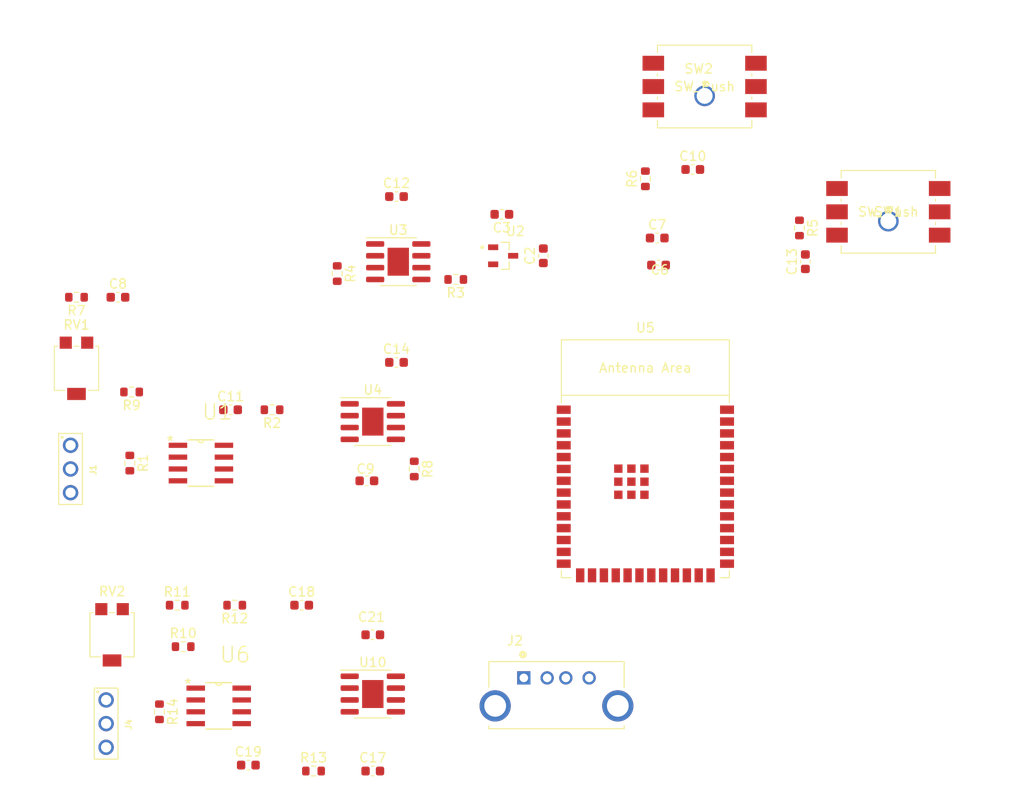
<source format=kicad_pcb>
(kicad_pcb (version 20211014) (generator pcbnew)
  (layers (0 "F.Cu" signal) (31 "B.Cu" signal) (34 "B.Paste" user) (35 "F.Paste" user) (36 "B.SilkS" user "B.Silkscreen") (37 "F.SilkS" user "F.Silkscreen") (38 "B.Mask" user) (39 "F.Mask" user) (44 "Edge.Cuts" user))
  (net 0 "")
  (net 1 "+3V3")
  (net 2 "GNDREF")
  (net 3 "+5V")
  (net 4 "Net-(C8-Pad1)")
  (net 5 "Net-(C9-Pad1)")
  (net 6 "Net-(C9-Pad2)")
  (net 7 "Net-(C10-Pad2)")
  (net 8 "Net-(C11-Pad1)")
  (net 9 "Net-(C11-Pad2)")
  (net 10 "Net-(C12-Pad1)")
  (net 11 "Net-(C12-Pad2)")
  (net 12 "Net-(C13-Pad2)")
  (net 13 "Net-(C14-Pad1)")
  (net 14 "Net-(C14-Pad2)")
  (net 15 "Net-(C17-Pad1)")
  (net 16 "Net-(C17-Pad2)")
  (net 17 "Net-(C18-Pad1)")
  (net 18 "Net-(C19-Pad1)")
  (net 19 "Net-(C19-Pad2)")
  (net 20 "Net-(C21-Pad1)")
  (net 21 "Net-(C21-Pad2)")
  (net 22 "Net-(J1-Pad1)")
  (net 23 "Net-(J1-Pad2)")
  (net 24 "2V5")
  (net 25 "Net-(J2-Pad2)")
  (net 26 "Net-(J2-Pad3)")
  (net 27 "Net-(J4-Pad1)")
  (net 28 "Net-(J4-Pad2)")
  (net 29 "Net-(U1-Pad2)")
  (net 30 "Net-(U1-Pad3)")
  (net 31 "Net-(R3-Pad2)")
  (net 32 "Net-(R9-Pad2)")
  (net 33 "Net-(R10-Pad2)")
  (net 34 "Net-(U6-Pad2)")
  (net 35 "Net-(U6-Pad3)")
  (footprint "Potentiometer_SMD:Potentiometer_Bourns_3314G_Vertical" (layer "F.Cu") (at 64.77 169.545)
    (fp_text reference "RV2" (at 0 -4.65) (layer "F.SilkS"))
    (fp_text value "R_Potentiometer_Trim")
    (fp_line (start 1.24 2.37) (end 2.37 2.37) (layer "F.SilkS") (width 0.12))
    (fp_line (start -0.259 -2.37) (end 0.26 -2.37) (layer "F.SilkS") (width 0.12))
    (fp_line (start 2.04 -2.37) (end 2.37 -2.37) (layer "F.SilkS") (width 0.12))
    (fp_line (start -2.37 -2.37) (end -2.37 2.37) (layer "F.SilkS") (width 0.12))
    (fp_line (start -2.37 2.37) (end -1.24 2.37) (layer "F.SilkS") (width 0.12))
    (fp_line (start 2.37 -2.37) (end 2.37 2.37) (layer "F.SilkS") (width 0.12))
    (fp_line (start -2.37 -2.37) (end -2.039 -2.37) (layer "F.SilkS") (width 0.12))
    (pad "1" smd rect (at 1.15 -2.75) (size 1.3 1.3) (layers "F.Cu" "F.Paste" "F.Mask") (net 15 "Net-(C17-Pad1)"))
    (pad "2" smd rect (at 0 2.75) (size 2 1.3) (layers "F.Cu" "F.Paste" "F.Mask") (net 33 "Net-(R10-Pad2)"))
    (pad "3" smd rect (at -1.15 -2.75) (size 1.3 1.3) (layers "F.Cu" "F.Paste" "F.Mask") (net 16 "Net-(C17-Pad2)"))
  )
  (footprint "Resistor_SMD:R_0603_1608Metric" (layer "F.Cu") (at 86.36 184.15)
    (fp_text reference "R13" (at 0 -1.43) (layer "F.SilkS"))
    (fp_text value "15K")
    (fp_line (start -0.237258 0.5225) (end 0.237258 0.5225) (layer "F.SilkS") (width 0.12))
    (fp_line (start -0.237258 -0.5225) (end 0.237258 -0.5225) (layer "F.SilkS") (width 0.12))
    (pad "1" smd roundrect (at -0.825 0) (size 0.8 0.95) (layers "F.Cu" "F.Paste" "F.Mask") (net 15 "Net-(C17-Pad1)"))
    (pad "2" smd roundrect (at 0.825 0) (size 0.8 0.95) (layers "F.Cu" "F.Paste" "F.Mask") (net 19 "Net-(C19-Pad2)"))
  )
  (footprint "Capacitor_SMD:C_0603_1608Metric" (layer "F.Cu") (at 92.075 153.035)
    (fp_text reference "C9" (at -0.14058 -1.27) (layer "F.SilkS"))
    (fp_text value "0.0068 uF")
    (fp_line (start -0.14058 -0.51) (end 0.14058 -0.51) (layer "F.SilkS") (width 0.12))
    (fp_line (start -0.14058 0.51) (end 0.14058 0.51) (layer "F.SilkS") (width 0.12))
    (pad "1" smd roundrect (at -0.775 0) (size 0.9 0.95) (layers "F.Cu" "F.Paste" "F.Mask") (net 5 "Net-(C9-Pad1)"))
    (pad "2" smd roundrect (at 0.775 0) (size 0.9 0.95) (layers "F.Cu" "F.Paste" "F.Mask") (net 6 "Net-(C9-Pad2)"))
  )
  (footprint "Capacitor_SMD:C_0603_1608Metric" (layer "F.Cu") (at 77.47 145.415)
    (fp_text reference "C11" (at 0 -1.43) (layer "F.SilkS"))
    (fp_text value "10 uF")
    (fp_line (start -0.14058 0.51) (end 0.14058 0.51) (layer "F.SilkS") (width 0.12))
    (fp_line (start -0.14058 -0.51) (end 0.14058 -0.51) (layer "F.SilkS") (width 0.12))
    (pad "1" smd roundrect (at -0.775 0) (size 0.9 0.95) (layers "F.Cu" "F.Paste" "F.Mask") (net 8 "Net-(C11-Pad1)"))
    (pad "2" smd roundrect (at 0.775 0) (size 0.9 0.95) (layers "F.Cu" "F.Paste" "F.Mask") (net 9 "Net-(C11-Pad2)"))
  )
  (footprint "Resistor_SMD:R_0603_1608Metric" (layer "F.Cu") (at 77.915 166.37 180)
    (fp_text reference "R12" (at 0 -1.43) (layer "F.SilkS"))
    (fp_text value "10K")
    (fp_line (start -0.237258 -0.5225) (end 0.237258 -0.5225) (layer "F.SilkS") (width 0.12))
    (fp_line (start -0.237258 0.5225) (end 0.237258 0.5225) (layer "F.SilkS") (width 0.12))
    (pad "1" smd roundrect (at -0.825 0 180) (size 0.8 0.95) (layers "F.Cu" "F.Paste" "F.Mask") (net 17 "Net-(C18-Pad1)"))
    (pad "2" smd roundrect (at 0.825 0 180) (size 0.8 0.95) (layers "F.Cu" "F.Paste" "F.Mask") (net 16 "Net-(C17-Pad2)"))
  )
  (footprint "Resistor_SMD:R_0603_1608Metric" (layer "F.Cu") (at 138.43 125.92 -90)
    (fp_text reference "R5" (at 0 -1.43 90) (layer "F.SilkS"))
    (fp_text value "10K")
    (fp_line (start -0.237258 -0.5225) (end 0.237258 -0.5225) (layer "F.SilkS") (width 0.12))
    (fp_line (start -0.237258 0.5225) (end 0.237258 0.5225) (layer "F.SilkS") (width 0.12))
    (pad "1" smd roundrect (at -0.825 0 270) (size 0.8 0.95) (layers "F.Cu" "F.Paste" "F.Mask") (net 1 "+3V3"))
    (pad "2" smd roundrect (at 0.825 0 270) (size 0.8 0.95) (layers "F.Cu" "F.Paste" "F.Mask") (net 12 "Net-(C13-Pad2)"))
  )
  (footprint "Capacitor_SMD:C_0603_1608Metric" (layer "F.Cu") (at 127 119.65)
    (fp_text reference "C10" (at 0 -1.43) (layer "F.SilkS"))
    (fp_text value "0.1 uF")
    (fp_line (start -0.14058 0.51) (end 0.14058 0.51) (layer "F.SilkS") (width 0.12))
    (fp_line (start -0.14058 -0.51) (end 0.14058 -0.51) (layer "F.SilkS") (width 0.12))
    (pad "1" smd roundrect (at -0.775 0) (size 0.9 0.95) (layers "F.Cu" "F.Paste" "F.Mask") (net 2 "GNDREF"))
    (pad "2" smd roundrect (at 0.775 0) (size 0.9 0.95) (layers "F.Cu" "F.Paste" "F.Mask") (net 7 "Net-(C10-Pad2)"))
  )
  (footprint "Resistor_SMD:R_0603_1608Metric" (layer "F.Cu") (at 97.155 151.765 -90)
    (fp_text reference "R8" (at 0 -1.43 -270) (layer "F.SilkS"))
    (fp_text value "1M")
    (fp_line (start -0.237258 0.5225) (end 0.237258 0.5225) (layer "F.SilkS") (width 0.12))
    (fp_line (start -0.237258 -0.5225) (end 0.237258 -0.5225) (layer "F.SilkS") (width 0.12))
    (pad "1" smd roundrect (at -0.825 0 270) (size 0.8 0.95) (layers "F.Cu" "F.Paste" "F.Mask") (net 6 "Net-(C9-Pad2)"))
    (pad "2" smd roundrect (at 0.825 0 270) (size 0.8 0.95) (layers "F.Cu" "F.Paste" "F.Mask") (net 5 "Net-(C9-Pad1)"))
  )
  (footprint "Capacitor_SMD:C_0603_1608Metric" (layer "F.Cu") (at 139.065 129.54 90)
    (fp_text reference "C13" (at 0 -1.43 90) (layer "F.SilkS"))
    (fp_text value "0.1 uF")
    (fp_line (start -0.14058 -0.51) (end 0.14058 -0.51) (layer "F.SilkS") (width 0.12))
    (fp_line (start -0.14058 0.51) (end 0.14058 0.51) (layer "F.SilkS") (width 0.12))
    (pad "1" smd roundrect (at -0.775 0 90) (size 0.9 0.95) (layers "F.Cu" "F.Paste" "F.Mask") (net 2 "GNDREF"))
    (pad "2" smd roundrect (at 0.775 0 90) (size 0.9 0.95) (layers "F.Cu" "F.Paste" "F.Mask") (net 12 "Net-(C13-Pad2)"))
  )
  (footprint "footprints-switch:ESB-33535A" (layer "F.Cu") (at 147.955 124.19235)
    (fp_text reference "SW1" (at 0 0) (layer "F.SilkS"))
    (fp_text value "SW_Push" (at 0 0) (layer "F.SilkS"))
    (fp_text user "*" (at 0 0) (layer "F.SilkS"))
    (fp_line (start -5.0546 -4.4323) (end -5.0546 -3.63284) (layer "F.SilkS") (width 0.12))
    (fp_line (start 5.0546 4.4323) (end 5.0546 3.63284) (layer "F.SilkS") (width 0.12))
    (fp_line (start 5.0546 1.36716) (end 5.0546 1.13284) (layer "F.SilkS") (width 0.12))
    (fp_line (start -5.0546 -1.36716) (end -5.0546 -1.13284) (layer "F.SilkS") (width 0.12))
    (fp_line (start 5.0546 -4.4323) (end -5.0546 -4.4323) (layer "F.SilkS") (width 0.12))
    (fp_line (start 5.0546 -1.13284) (end 5.0546 -1.36716) (layer "F.SilkS") (width 0.12))
    (fp_line (start -5.0546 3.63284) (end -5.0546 4.4323) (layer "F.SilkS") (width 0.12))
    (fp_line (start -5.0546 1.13284) (end -5.0546 1.36716) (layer "F.SilkS") (width 0.12))
    (fp_line (start -5.0546 4.4323) (end 5.0546 4.4323) (layer "F.SilkS") (width 0.12))
    (fp_line (start 5.0546 -3.63284) (end 5.0546 -4.4323) (layer "F.SilkS") (width 0.12))
    (pad "1" smd rect locked (at -5.499999 -2.5) (size 2.3114 1.6002) (layers "F.Cu" "F.Paste" "F.Mask") (net 2 "GNDREF"))
    (pad "2" smd rect locked (at -5.499999 0) (size 2.3114 1.6002) (layers "F.Cu" "F.Paste" "F.Mask") (net 12 "Net-(C13-Pad2)"))
    (pad "3" smd rect locked (at -5.499999 2.5) (size 2.3114 1.6002) (layers "F.Cu" "F.Paste" "F.Mask"))
    (pad "4" smd rect locked (at 5.499999 2.5) (size 2.3114 1.6002) (layers "F.Cu" "F.Paste" "F.Mask"))
    (pad "5" smd rect locked (at 5.499999 0) (size 2.3114 1.6002) (layers "F.Cu" "F.Paste" "F.Mask"))
    (pad "6" smd rect locked (at 5.499999 -2.5) (size 2.3114 1.6002) (layers "F.Cu" "F.Paste" "F.Mask"))
    (pad "7" thru_hole circle locked (at 0 1) (size 2.2098 2.2098) (drill 1.7018) (layers *.Cu *.Mask))
  )
  (footprint "Capacitor_SMD:C_0603_1608Metric" (layer "F.Cu") (at 92.71 169.545)
    (fp_text reference "C21" (at -0.14 -1.905) (layer "F.SilkS"))
    (fp_text value "0.01 uF")
    (fp_line (start -0.14058 -0.51) (end 0.14058 -0.51) (layer "F.SilkS") (width 0.12))
    (fp_line (start -0.14058 0.51) (end 0.14058 0.51) (layer "F.SilkS") (width 0.12))
    (pad "1" smd roundrect (at -0.775 0) (size 0.9 0.95) (layers "F.Cu" "F.Paste" "F.Mask") (net 20 "Net-(C21-Pad1)"))
    (pad "2" smd roundrect (at 0.775 0) (size 0.9 0.95) (layers "F.Cu" "F.Paste" "F.Mask") (net 21 "Net-(C21-Pad2)"))
  )
  (footprint "Resistor_SMD:R_0603_1608Metric" (layer "F.Cu") (at 101.6 131.445 180)
    (fp_text reference "R3" (at 0 -1.43) (layer "F.SilkS"))
    (fp_text value "15K")
    (fp_line (start -0.237258 0.5225) (end 0.237258 0.5225) (layer "F.SilkS") (width 0.12))
    (fp_line (start -0.237258 -0.5225) (end 0.237258 -0.5225) (layer "F.SilkS") (width 0.12))
    (pad "1" smd roundrect (at -0.825 0 180) (size 0.8 0.95) (layers "F.Cu" "F.Paste" "F.Mask") (net 3 "+5V"))
    (pad "2" smd roundrect (at 0.825 0 180) (size 0.8 0.95) (layers "F.Cu" "F.Paste" "F.Mask") (net 31 "Net-(R3-Pad2)"))
  )
  (footprint "Resistor_SMD:R_0603_1608Metric" (layer "F.Cu") (at 71.755 166.37)
    (fp_text reference "R11" (at 0 -1.43) (layer "F.SilkS"))
    (fp_text value "1M")
    (fp_line (start -0.237258 0.5225) (end 0.237258 0.5225) (layer "F.SilkS") (width 0.12))
    (fp_line (start -0.237258 -0.5225) (end 0.237258 -0.5225) (layer "F.SilkS") (width 0.12))
    (pad "1" smd roundrect (at -0.825 0) (size 0.8 0.95) (layers "F.Cu" "F.Paste" "F.Mask") (net 16 "Net-(C17-Pad2)"))
    (pad "2" smd roundrect (at 0.825 0) (size 0.8 0.95) (layers "F.Cu" "F.Paste" "F.Mask") (net 15 "Net-(C17-Pad1)"))
  )
  (footprint "Resistor_SMD:R_0603_1608Metric" (layer "F.Cu") (at 81.915 145.415 180)
    (fp_text reference "R2" (at 0 -1.43) (layer "F.SilkS"))
    (fp_text value "15K")
    (fp_line (start -0.237258 -0.5225) (end 0.237258 -0.5225) (layer "F.SilkS") (width 0.12))
    (fp_line (start -0.237258 0.5225) (end 0.237258 0.5225) (layer "F.SilkS") (width 0.12))
    (pad "1" smd roundrect (at -0.825 0 180) (size 0.8 0.95) (layers "F.Cu" "F.Paste" "F.Mask") (net 5 "Net-(C9-Pad1)"))
    (pad "2" smd roundrect (at 0.825 0 180) (size 0.8 0.95) (layers "F.Cu" "F.Paste" "F.Mask") (net 9 "Net-(C11-Pad2)"))
  )
  (footprint "Resistor_SMD:R_0603_1608Metric" (layer "F.Cu") (at 121.92 120.65 90)
    (fp_text reference "R6" (at 0 -1.43 90) (layer "F.SilkS"))
    (fp_text value "10K")
    (fp_line (start -0.237258 0.5225) (end 0.237258 0.5225) (layer "F.SilkS") (width 0.12))
    (fp_line (start -0.237258 -0.5225) (end 0.237258 -0.5225) (layer "F.SilkS") (width 0.12))
    (pad "1" smd roundrect (at -0.825 0 90) (size 0.8 0.95) (layers "F.Cu" "F.Paste" "F.Mask") (net 1 "+3V3"))
    (pad "2" smd roundrect (at 0.825 0 90) (size 0.8 0.95) (layers "F.Cu" "F.Paste" "F.Mask") (net 7 "Net-(C10-Pad2)"))
  )
  (footprint "Capacitor_SMD:C_0603_1608Metric" (layer "F.Cu") (at 85.09 166.37)
    (fp_text reference "C18" (at 0 -1.43) (layer "F.SilkS"))
    (fp_text value "0.68 uF")
    (fp_line (start -0.14058 0.51) (end 0.14058 0.51) (layer "F.SilkS") (width 0.12))
    (fp_line (start -0.14058 -0.51) (end 0.14058 -0.51) (layer "F.SilkS") (width 0.12))
    (pad "1" smd roundrect (at -0.775 0) (size 0.9 0.95) (layers "F.Cu" "F.Paste" "F.Mask") (net 17 "Net-(C18-Pad1)"))
    (pad "2" smd roundrect (at 0.775 0) (size 0.9 0.95) (layers "F.Cu" "F.Paste" "F.Mask") (net 2 "GNDREF"))
  )
  (footprint "Package_SO:SOIC-8-1EP_3.9x4.9mm_P1.27mm_EP2.29x3mm" (layer "F.Cu") (at 92.71 146.685)
    (fp_text reference "U4" (at 0 -3.4) (layer "F.SilkS"))
    (fp_text value "CA3130")
    (fp_line (start 0 -2.56) (end 1.95 -2.56) (layer "F.SilkS") (width 0.12))
    (fp_line (start 0 2.56) (end 1.95 2.56) (layer "F.SilkS") (width 0.12))
    (fp_line (start 0 2.56) (end -1.95 2.56) (layer "F.SilkS") (width 0.12))
    (fp_line (start 0 -2.56) (end -3.45 -2.56) (layer "F.SilkS") (width 0.12))
    (pad "1" smd roundrect (at -2.475 -1.905) (size 1.95 0.6) (layers "F.Cu" "F.Paste" "F.Mask") (net 13 "Net-(C14-Pad1)"))
    (pad "2" smd roundrect (at -2.475 -0.635) (size 1.95 0.6) (layers "F.Cu" "F.Paste" "F.Mask") (net 24 "2V5"))
    (pad "3" smd roundrect (at -2.475 0.635) (size 1.95 0.6) (layers "F.Cu" "F.Paste" "F.Mask") (net 5 "Net-(C9-Pad1)"))
    (pad "4" smd roundrect (at -2.475 1.905) (size 1.95 0.6) (layers "F.Cu" "F.Paste" "F.Mask") (net 2 "GNDREF"))
    (pad "5" smd roundrect (at 2.475 1.905) (size 1.95 0.6) (layers "F.Cu" "F.Paste" "F.Mask"))
    (pad "6" smd roundrect (at 2.475 0.635) (size 1.95 0.6) (layers "F.Cu" "F.Paste" "F.Mask") (net 6 "Net-(C9-Pad2)"))
    (pad "7" smd roundrect (at 2.475 -0.635) (size 1.95 0.6) (layers "F.Cu" "F.Paste" "F.Mask") (net 3 "+5V"))
    (pad "8" smd roundrect (at 2.475 -1.905) (size 1.95 0.6) (layers "F.Cu" "F.Paste" "F.Mask") (net 14 "Net-(C14-Pad2)"))
    (pad "9" smd rect (at 0 0) (size 2.29 3) (layers "F.Cu" "F.Mask"))
  )
  (footprint "footprints-switch:ESB-33535A" (layer "F.Cu") (at 128.27 110.76)
    (fp_text reference "SW2" (at -0.635 -1.905) (layer "F.SilkS"))
    (fp_text value "SW_Push" (at 0 0) (layer "F.SilkS"))
    (fp_text user "*" (at 0 0) (layer "F.SilkS"))
    (fp_line (start -5.0546 1.13284) (end -5.0546 1.36716) (layer "F.SilkS") (width 0.12))
    (fp_line (start 5.0546 -3.63284) (end 5.0546 -4.4323) (layer "F.SilkS") (width 0.12))
    (fp_line (start 5.0546 -1.13284) (end 5.0546 -1.36716) (layer "F.SilkS") (width 0.12))
    (fp_line (start -5.0546 3.63284) (end -5.0546 4.4323) (layer "F.SilkS") (width 0.12))
    (fp_line (start -5.0546 -1.36716) (end -5.0546 -1.13284) (layer "F.SilkS") (width 0.12))
    (fp_line (start 5.0546 4.4323) (end 5.0546 3.63284) (layer "F.SilkS") (width 0.12))
    (fp_line (start -5.0546 4.4323) (end 5.0546 4.4323) (layer "F.SilkS") (width 0.12))
    (fp_line (start -5.0546 -4.4323) (end -5.0546 -3.63284) (layer "F.SilkS") (width 0.12))
    (fp_line (start 5.0546 1.36716) (end 5.0546 1.13284) (layer "F.SilkS") (width 0.12))
    (fp_line (start 5.0546 -4.4323) (end -5.0546 -4.4323) (layer "F.SilkS") (width 0.12))
    (pad "1" smd rect locked (at -5.499999 -2.5) (size 2.3114 1.6002) (layers "F.Cu" "F.Paste" "F.Mask") (net 2 "GNDREF"))
    (pad "2" smd rect locked (at -5.499999 0) (size 2.3114 1.6002) (layers "F.Cu" "F.Paste" "F.Mask") (net 7 "Net-(C10-Pad2)"))
    (pad "3" smd rect locked (at -5.499999 2.5) (size 2.3114 1.6002) (layers "F.Cu" "F.Paste" "F.Mask"))
    (pad "4" smd rect locked (at 5.499999 2.5) (size 2.3114 1.6002) (layers "F.Cu" "F.Paste" "F.Mask"))
    (pad "5" smd rect locked (at 5.499999 0) (size 2.3114 1.6002) (layers "F.Cu" "F.Paste" "F.Mask"))
    (pad "6" smd rect locked (at 5.499999 -2.5) (size 2.3114 1.6002) (layers "F.Cu" "F.Paste" "F.Mask"))
    (pad "7" thru_hole circle locked (at 0 1) (size 2.2098 2.2098) (drill 1.7018) (layers *.Cu *.Mask))
  )
  (footprint "Capacitor_SMD:C_0603_1608Metric" (layer "F.Cu") (at 95.25 122.555)
    (fp_text reference "C12" (at 0 -1.43) (layer "F.SilkS"))
    (fp_text value "0.01 uF")
    (fp_line (start -0.14058 -0.51) (end 0.14058 -0.51) (layer "F.SilkS") (width 0.12))
    (fp_line (start -0.14058 0.51) (end 0.14058 0.51) (layer "F.SilkS") (width 0.12))
    (pad "1" smd roundrect (at -0.775 0) (size 0.9 0.95) (layers "F.Cu" "F.Paste" "F.Mask") (net 10 "Net-(C12-Pad1)"))
    (pad "2" smd roundrect (at 0.775 0) (size 0.9 0.95) (layers "F.Cu" "F.Paste" "F.Mask") (net 11 "Net-(C12-Pad2)"))
  )
  (footprint "Resistor_SMD:R_0603_1608Metric" (layer "F.Cu") (at 66.675 151.13 -90)
    (fp_text reference "R1" (at 0 -1.43 90) (layer "F.SilkS"))
    (fp_text value "2K2")
    (fp_line (start -0.237258 0.5225) (end 0.237258 0.5225) (layer "F.SilkS") (width 0.12))
    (fp_line (start -0.237258 -0.5225) (end 0.237258 -0.5225) (layer "F.SilkS") (width 0.12))
    (pad "1" smd roundrect (at -0.825 0 270) (size 0.8 0.95) (layers "F.Cu" "F.Paste" "F.Mask") (net 29 "Net-(U1-Pad2)"))
    (pad "2" smd roundrect (at 0.825 0 270) (size 0.8 0.95) (layers "F.Cu" "F.Paste" "F.Mask") (net 30 "Net-(U1-Pad3)"))
  )
  (footprint "Espressif:ESP32-S2-SOLO" (layer "F.Cu") (at 121.92 153.67)
    (fp_text reference "U5" (at 0 -17.05) (layer "F.SilkS"))
    (fp_text value "ESP32-S2-SOLO")
    (fp_text user "Antenna Area" (at 0 -12.75) (layer "F.SilkS"))
    (fp_line (start 9 9) (end 9 9.75) (layer "F.SilkS") (width 0.12))
    (fp_line (start 9 -9.81) (end -9 -9.81) (layer "F.SilkS") (width 0.12))
    (fp_line (start -9 9) (end -9 9.75) (layer "F.SilkS") (width 0.12))
    (fp_line (start -9 9.75) (end -8 9.75) (layer "F.SilkS") (width 0.12))
    (fp_line (start -9 -15.75) (end 9 -15.75) (layer "F.SilkS") (width 0.12))
    (fp_line (start -9 -15.75) (end -9 -9) (layer "F.SilkS") (width 0.12))
    (fp_line (start 9 -15.75) (end 9 -9) (layer "F.SilkS") (width 0.12))
    (fp_line (start 9 9.75) (end 8 9.75) (layer "F.SilkS") (width 0.12))
    (pad "1" smd rect (at -8.75 -8.26) (size 1.5 0.9) (layers "F.Cu" "F.Paste" "F.Mask") (net 2 "GNDREF"))
    (pad "2" smd rect (at -8.75 -6.99) (size 1.5 0.9) (layers "F.Cu" "F.Paste" "F.Mask") (net 1 "+3V3"))
    (pad "3" smd rect (at -8.75 -5.72) (size 1.5 0.9) (layers "F.Cu" "F.Paste" "F.Mask") (net 12 "Net-(C13-Pad2)"))
    (pad "4" smd rect (at -8.75 -4.45) (size 1.5 0.9) (layers "F.Cu" "F.Paste" "F.Mask"))
    (pad "5" smd rect (at -8.75 -3.18) (size 1.5 0.9) (layers "F.Cu" "F.Paste" "F.Mask"))
    (pad "6" smd rect (at -8.75 -1.91) (size 1.5 0.9) (layers "F.Cu" "F.Paste" "F.Mask"))
    (pad "7" smd rect (at -8.75 -0.64) (size 1.5 0.9) (layers "F.Cu" "F.Paste" "F.Mask"))
    (pad "8" smd rect (at -8.75 0.63) (size 1.5 0.9) (layers "F.Cu" "F.Paste" "F.Mask"))
    (pad "9" smd rect (at -8.75 1.9) (size 1.5 0.9) (layers "F.Cu" "F.Paste" "F.Mask"))
    (pad "10" smd rect (at -8.75 3.17) (size 1.5 0.9) (layers "F.Cu" "F.Paste" "F.Mask"))
    (pad "11" smd rect (at -8.75 4.44) (size 1.5 0.9) (layers "F.Cu" "F.Paste" "F.Mask"))
    (pad "12" smd rect (at -8.75 5.71) (size 1.5 0.9) (layers "F.Cu" "F.Paste" "F.Mask"))
    (pad "13" smd rect (at -8.75 6.98) (size 1.5 0.9) (layers "F.Cu" "F.Paste" "F.Mask") (net 25 "Net-(J2-Pad2)"))
    (pad "14" smd rect (at -8.75 8.25) (size 1.5 0.9) (layers "F.Cu" "F.Paste" "F.Mask") (net 26 "Net-(J2-Pad3)"))
    (pad "15" smd rect (at -6.985 9.5 90) (size 1.5 0.9) (layers "F.Cu" "F.Paste" "F.Mask"))
    (pad "16" smd rect (at -5.715 9.5 90) (size 1.5 0.9) (layers "F.Cu" "F.Paste" "F.Mask"))
    (pad "17" smd rect (at -4.445 9.5 90) (size 1.5 0.9) (layers "F.Cu" "F.Paste" "F.Mask"))
    (pad "18" smd rect (at -3.175 9.5 90) (size 1.5 0.9) (layers "F.Cu" "F.Paste" "F.Mask"))
    (pad "19" smd rect (at -1.905 9.5 90) (size 1.5 0.9) (layers "F.Cu" "F.Paste" "F.Mask"))
    (pad "20" smd rect (at -0.635 9.5 90) (size 1.5 0.9) (layers "F.Cu" "F.Paste" "F.Mask"))
    (pad "21" smd rect (at 0.635 9.5 90) (size 1.5 0.9) (layers "F.Cu" "F.Paste" "F.Mask"))
    (pad "22" smd rect (at 1.905 9.5 90) (size 1.5 0.9) (layers "F.Cu" "F.Paste" "F.Mask"))
    (pad "23" smd rect (at 3.175 9.5 90) (size 1.5 0.9) (layers "F.Cu" "F.Paste" "F.Mask"))
    (pad "24" smd rect (at 4.445 9.5 90) (size 1.5 0.9) (layers "F.Cu" "F.Paste" "F.Mask"))
    (pad "25" smd rect (at 5.715 9.5 90) (size 1.5 0.9) (layers "F.Cu" "F.Paste" "F.Mask"))
    (pad "26" smd rect (at 6.985 9.5 90) (size 1.5 0.9) (layers "F.Cu" "F.Paste" "F.Mask"))
    (pad "27" smd rect (at 8.75 8.25 180) (size 1.5 0.9) (layers "F.Cu" "F.Paste" "F.Mask") (net 7 "Net-(C10-Pad2)"))
    (pad "28" smd rect (at 8.75 6.98 180) (size 1.5 0.9) (layers "F.Cu" "F.Paste" "F.Mask"))
    (pad "29" smd rect (at 8.75 5.71 180) (size 1.5 0.9) (layers "F.Cu" "F.Paste" "F.Mask"))
    (pad "30" smd rect (at 8.75 4.44 180) (size 1.5 0.9) (layers "F.Cu" "F.Paste" "F.Mask"))
    (pad "31" smd rect (at 8.75 3.17 180) (size 1.5 0.9) (layers "F.Cu" "F.Paste" "F.Mask"))
    (pad "32" smd rect (at 8.75 1.9 180) (size 1.5 0.9) (layers "F.Cu" "F.Paste" "F.Mask"))
    (pad "33" smd rect (at 8.75 0.63 180) (size 1.5 0.9) (layers "F.Cu" "F.Paste" "F.Mask"))
    (pad "34" smd rect (at 8.75 -0.64 180) (size 1.5 0.9) (layers "F.Cu" "F.Paste" "F.Mask"))
    (pad "35" smd rect (at 8.75 -1.91 180) (size 1.5 0.9) (layers "F.Cu" "F.Paste" "F.Mask"))
    (pad "36" smd rect (at 8.75 -3.18 180) (size 1.5 0.9) (layers "F.Cu" "F.Paste" "F.Mask"))
    (pad "37" smd rect (at 8.75 -4.45 180) (size 1.5 0.9) (layers "F.Cu" "F.Paste" "F.Mask"))
    (pad "38" smd rect (at 8.75 -5.72 180) (size 1.5 0.9) (layers "F.Cu" "F.Paste" "F.Mask") (net 17 "Net-(C18-Pad1)"))
    (pad "39" smd rect (at 8.75 -6.99 180) (size 1.5 0.9) (layers "F.Cu" "F.Paste" "F.Mask") (net 4 "Net-(C8-Pad1)"))
    (pad "40" smd rect (at 8.75 -8.26 180) (size 1.5 0.9) (layers "F.Cu" "F.Paste" "F.Mask") (net 2 "GNDREF"))
    (pad "41" smd rect (at -2.9 -0.54 180) (size 0.9 0.9) (layers "F.Cu" "F.Paste" "F.Mask") (net 2 "GNDREF"))
    (pad "41" smd rect (at -2.9 -1.94 180) (size 0.9 0.9) (layers "F.Cu" "F.Paste" "F.Mask") (net 2 "GNDREF"))
    (pad "41" smd rect (at -0.1 -0.54 180) (size 0.9 0.9) (layers "F.Cu" "F.Paste" "F.Mask") (net 2 "GNDREF"))
    (pad "41" smd rect (at -0.1 -1.94 180) (size 0.9 0.9) (layers "F.Cu" "F.Paste" "F.Mask") (net 2 "GNDREF"))
    (pad "41" smd rect (at -1.5 -0.54 180) (size 0.9 0.9) (layers "F.Cu" "F.Paste" "F.Mask") (net 2 "GNDREF"))
    (pad "41" smd rect (at -0.1 0.86 180) (size 0.9 0.9) (layers "F.Cu" "F.Paste" "F.Mask") (net 2 "GNDREF"))
    (pad "41" smd rect (at -1.5 0.86 180) (size 0.9 0.9) (layers "F.Cu" "F.Paste" "F.Mask") (net 2 "GNDREF"))
    (pad "41" smd rect (at -1.5 -1.94 180) (size 0.9 0.9) (layers "F.Cu" "F.Paste" "F.Mask") (net 2 "GNDREF"))
    (pad "41" smd rect (at -2.9 0.86 180) (size 0.9 0.9) (layers "F.Cu" "F.Paste" "F.Mask") (net 2 "GNDREF"))
  )
  (footprint "Capacitor_SMD:C_0603_1608Metric" (layer "F.Cu") (at 92.71 184.15)
    (fp_text reference "C17" (at 0 -1.43) (layer "F.SilkS"))
    (fp_text value "0.0068 uF")
    (fp_line (start -0.14058 0.51) (end 0.14058 0.51) (layer "F.SilkS") (width 0.12))
    (fp_line (start -0.14058 -0.51) (end 0.14058 -0.51) (layer "F.SilkS") (width 0.12))
    (pad "1" smd roundrect (at -0.775 0) (size 0.9 0.95) (layers "F.Cu" "F.Paste" "F.Mask") (net 15 "Net-(C17-Pad1)"))
    (pad "2" smd roundrect (at 0.775 0) (size 0.9 0.95) (layers "F.Cu" "F.Paste" "F.Mask") (net 16 "Net-(C17-Pad2)"))
  )
  (footprint "61300311121:61300311121" (layer "F.Cu") (at 60.325 151.765 -90)
    (fp_text reference "J1" (at 0.094937 -2.421999 90) (layer "F.SilkS") (effects (font (size 0.640927 0.640927))))
    (fp_text value "Conn_01x03_Male")
    (fp_line (start -3.81 -1.27) (end -3.81 1.27) (layer "F.SilkS") (width 0.127))
    (fp_line (start -3.81 1.27) (end 3.81 1.27) (layer "F.SilkS") (width 0.127))
    (fp_line (start 3.81 1.27) (end 3.81 -1.27) (layer "F.SilkS") (width 0.127))
    (fp_line (start 3.81 -1.27) (end -3.81 -1.27) (layer "F.SilkS") (width 0.127))
    (fp_circle (center -3.4 0.9) (end -3.3 0.9) (layer "F.SilkS") (width 0.127) (fill none))
    (pad "1" thru_hole circle locked (at -2.54 0 270) (size 1.65 1.65) (drill 1.1) (layers *.Cu *.Mask) (net 22 "Net-(J1-Pad1)"))
    (pad "2" thru_hole circle locked (at 0 0 270) (size 1.65 1.65) (drill 1.1) (layers *.Cu *.Mask) (net 23 "Net-(J1-Pad2)"))
    (pad "3" thru_hole circle locked (at 2.54 0 270) (size 1.65 1.65) (drill 1.1) (layers *.Cu *.Mask) (net 24 "2V5"))
  )
  (footprint "Capacitor_SMD:C_0603_1608Metric" (layer "F.Cu") (at 110.985 128.905 90)
    (fp_text reference "C2" (at 0 -1.43 90) (layer "F.SilkS"))
    (fp_text value "10 uF")
    (fp_line (start -0.14058 0.51) (end 0.14058 0.51) (layer "F.SilkS") (width 0.12))
    (fp_line (start -0.14058 -0.51) (end 0.14058 -0.51) (layer "F.SilkS") (width 0.12))
    (pad "1" smd roundrect (at -0.775 0 90) (size 0.9 0.95) (layers "F.Cu" "F.Paste" "F.Mask") (net 1 "+3V3"))
    (pad "2" smd roundrect (at 0.775 0 90) (size 0.9 0.95) (layers "F.Cu" "F.Paste" "F.Mask") (net 2 "GNDREF"))
  )
  (footprint "Package_SO:SOIC-8-1EP_3.9x4.9mm_P1.27mm_EP2.29x3mm" (layer "F.Cu") (at 92.71 175.895)
    (fp_text reference "U10" (at 0 -3.4) (layer "F.SilkS"))
    (fp_text value "CA3130")
    (fp_line (start 0 2.56) (end -1.95 2.56) (layer "F.SilkS") (width 0.12))
    (fp_line (start 0 2.56) (end 1.95 2.56) (layer "F.SilkS") (width 0.12))
    (fp_line (start 0 -2.56) (end -3.45 -2.56) (layer "F.SilkS") (width 0.12))
    (fp_line (start 0 -2.56) (end 1.95 -2.56) (layer "F.SilkS") (width 0.12))
    (pad "1" smd roundrect (at -2.475 -1.905) (size 1.95 0.6) (layers "F.Cu" "F.Paste" "F.Mask") (net 20 "Net-(C21-Pad1)"))
    (pad "2" smd roundrect (at -2.475 -0.635) (size 1.95 0.6) (layers "F.Cu" "F.Paste" "F.Mask") (net 24 "2V5"))
    (pad "3" smd roundrect (at -2.475 0.635) (size 1.95 0.6) (layers "F.Cu" "F.Paste" "F.Mask") (net 15 "Net-(C17-Pad1)"))
    (pad "4" smd roundrect (at -2.475 1.905) (size 1.95 0.6) (layers "F.Cu" "F.Paste" "F.Mask") (net 2 "GNDREF"))
    (pad "5" smd roundrect (at 2.475 1.905) (size 1.95 0.6) (layers "F.Cu" "F.Paste" "F.Mask"))
    (pad "6" smd roundrect (at 2.475 0.635) (size 1.95 0.6) (layers "F.Cu" "F.Paste" "F.Mask") (net 16 "Net-(C17-Pad2)"))
    (pad "7" smd roundrect (at 2.475 -0.635) (size 1.95 0.6) (layers "F.Cu" "F.Paste" "F.Mask") (net 3 "+5V"))
    (pad "8" smd roundrect (at 2.475 -1.905) (size 1.95 0.6) (layers "F.Cu" "F.Paste" "F.Mask") (net 21 "Net-(C21-Pad2)"))
    (pad "9" smd rect (at 0 0) (size 2.29 3) (layers "F.Cu" "F.Mask"))
  )
  (footprint "Capacitor_SMD:C_0603_1608Metric" (layer "F.Cu") (at 79.375 183.515)
    (fp_text reference "C19" (at 0 -1.43) (layer "F.SilkS"))
    (fp_text value "10 uF")
    (fp_line (start -0.14058 -0.51) (end 0.14058 -0.51) (layer "F.SilkS") (width 0.12))
    (fp_line (start -0.14058 0.51) (end 0.14058 0.51) (layer "F.SilkS") (width 0.12))
    (pad "1" smd roundrect (at -0.775 0) (size 0.9 0.95) (layers "F.Cu" "F.Paste" "F.Mask") (net 18 "Net-(C19-Pad1)"))
    (pad "2" smd roundrect (at 0.775 0) (size 0.9 0.95) (layers "F.Cu" "F.Paste" "F.Mask") (net 19 "Net-(C19-Pad2)"))
  )
  (footprint "Resistor_SMD:R_0603_1608Metric" (layer "F.Cu") (at 66.865 143.51 180)
    (fp_text reference "R9" (at 0 -1.43) (layer "F.SilkS"))
    (fp_text value "1M")
    (fp_line (start -0.237258 -0.5225) (end 0.237258 -0.5225) (layer "F.SilkS") (width 0.12))
    (fp_line (start -0.237258 0.5225) (end 0.237258 0.5225) (layer "F.SilkS") (width 0.12))
    (pad "1" smd roundrect (at -0.825 0 180) (size 0.8 0.95) (layers "F.Cu" "F.Paste" "F.Mask") (net 3 "+5V"))
    (pad "2" smd roundrect (at 0.825 0 180) (size 0.8 0.95) (layers "F.Cu" "F.Paste" "F.Mask") (net 32 "Net-(R9-Pad2)"))
  )
  (footprint "Capacitor_SMD:C_0603_1608Metric" (layer "F.Cu") (at 95.25 140.335)
    (fp_text reference "C14" (at 0 -1.43) (layer "F.SilkS"))
    (fp_text value "0.01 uF")
    (fp_line (start -0.14058 0.51) (end 0.14058 0.51) (layer "F.SilkS") (width 0.12))
    (fp_line (start -0.14058 -0.51) (end 0.14058 -0.51) (layer "F.SilkS") (width 0.12))
    (pad "1" smd roundrect (at -0.775 0) (size 0.9 0.95) (layers "F.Cu" "F.Paste" "F.Mask") (net 13 "Net-(C14-Pad1)"))
    (pad "2" smd roundrect (at 0.775 0) (size 0.9 0.95) (layers "F.Cu" "F.Paste" "F.Mask") (net 14 "Net-(C14-Pad2)"))
  )
  (footprint "Capacitor_SMD:C_0603_1608Metric" (layer "F.Cu") (at 106.54 124.46 180)
    (fp_text reference "C3" (at 0 -1.43) (layer "F.SilkS"))
    (fp_text value "10 uF")
    (fp_line (start -0.14058 -0.51) (end 0.14058 -0.51) (layer "F.SilkS") (width 0.12))
    (fp_line (start -0.14058 0.51) (end 0.14058 0.51) (layer "F.SilkS") (width 0.12))
    (pad "1" smd roundrect (at -0.775 0 180) (size 0.9 0.95) (layers "F.Cu" "F.Paste" "F.Mask") (net 3 "+5V"))
    (pad "2" smd roundrect (at 0.775 0 180) (size 0.9 0.95) (layers "F.Cu" "F.Paste" "F.Mask") (net 2 "GNDREF"))
  )
  (footprint "Capacitor_SMD:C_0603_1608Metric" (layer "F.Cu") (at 123.19 127)
    (fp_text reference "C7" (at 0 -1.43) (layer "F.SilkS"))
    (fp_text value "0.1 uF")
    (fp_line (start -0.14058 0.51) (end 0.14058 0.51) (layer "F.SilkS") (width 0.12))
    (fp_line (start -0.14058 -0.51) (end 0.14058 -0.51) (layer "F.SilkS") (width 0.12))
    (pad "1" smd roundrect (at -0.775 0) (size 0.9 0.95) (layers "F.Cu" "F.Paste" "F.Mask") (net 1 "+3V3"))
    (pad "2" smd roundrect (at 0.775 0) (size 0.9 0.95) (layers "F.Cu" "F.Paste" "F.Mask") (net 2 "GNDREF"))
  )
  (footprint "Resistor_SMD:R_0603_1608Metric" (layer "F.Cu") (at 60.96 133.35 180)
    (fp_text reference "R7" (at 0 -1.43) (layer "F.SilkS"))
    (fp_text value "10K")
    (fp_line (start -0.237258 -0.5225) (end 0.237258 -0.5225) (layer "F.SilkS") (width 0.12))
    (fp_line (start -0.237258 0.5225) (end 0.237258 0.5225) (layer "F.SilkS") (width 0.12))
    (pad "1" smd roundrect (at -0.825 0 180) (size 0.8 0.95) (layers "F.Cu" "F.Paste" "F.Mask") (net 4 "Net-(C8-Pad1)"))
    (pad "2" smd roundrect (at 0.825 0 180) (size 0.8 0.95) (layers "F.Cu" "F.Paste" "F.Mask") (net 6 "Net-(C9-Pad2)"))
  )
  (footprint "Resistor_SMD:R_0603_1608Metric" (layer "F.Cu") (at 72.39 170.815)
    (fp_text reference "R10" (at 0 -1.43) (layer "F.SilkS"))
    (fp_text value "1M")
    (fp_line (start -0.237258 0.5225) (end 0.237258 0.5225) (layer "F.SilkS") (width 0.12))
    (fp_line (start -0.237258 -0.5225) (end 0.237258 -0.5225) (layer "F.SilkS") (width 0.12))
    (pad "1" smd roundrect (at -0.825 0) (size 0.8 0.95) (layers "F.Cu" "F.Paste" "F.Mask") (net 3 "+5V"))
    (pad "2" smd roundrect (at 0.825 0) (size 0.8 0.95) (layers "F.Cu" "F.Paste" "F.Mask") (net 33 "Net-(R10-Pad2)"))
  )
  (footprint "Resistor_SMD:R_0603_1608Metric" (layer "F.Cu") (at 69.85 177.8 -90)
    (fp_text reference "R14" (at 0 -1.43 90) (layer "F.SilkS"))
    (fp_text value "2K2")
    (fp_line (start -0.237258 0.5225) (end 0.237258 0.5225) (layer "F.SilkS") (width 0.12))
    (fp_line (start -0.237258 -0.5225) (end 0.237258 -0.5225) (layer "F.SilkS") (width 0.12))
    (pad "1" smd roundrect (at -0.825 0 270) (size 0.8 0.95) (layers "F.Cu" "F.Paste" "F.Mask") (net 34 "Net-(U6-Pad2)"))
    (pad "2" smd roundrect (at 0.825 0 270) (size 0.8 0.95) (layers "F.Cu" "F.Paste" "F.Mask") (net 35 "Net-(U6-Pad3)"))
  )
  (footprint "Potentiometer_SMD:Potentiometer_Bourns_3314G_Vertical" (layer "F.Cu") (at 60.96 140.97)
    (fp_text reference "RV1" (at 0 -4.65) (layer "F.SilkS"))
    (fp_text value "R_Potentiometer_Trim")
    (fp_line (start -0.259 -2.37) (end 0.26 -2.37) (layer "F.SilkS") (width 0.12))
    (fp_line (start 2.37 -2.37) (end 2.37 2.37) (layer "F.SilkS") (width 0.12))
    (fp_line (start -2.37 2.37) (end -1.24 2.37) (layer "F.SilkS") (width 0.12))
    (fp_line (start 1.24 2.37) (end 2.37 2.37) (layer "F.SilkS") (width 0.12))
    (fp_line (start -2.37 -2.37) (end -2.039 -2.37) (layer "F.SilkS") (width 0.12))
    (fp_line (start 2.04 -2.37) (end 2.37 -2.37) (layer "F.SilkS") (width 0.12))
    (fp_line (start -2.37 -2.37) (end -2.37 2.37) (layer "F.SilkS") (width 0.12))
    (pad "1" smd rect (at 1.15 -2.75) (size 1.3 1.3) (layers "F.Cu" "F.Paste" "F.Mask") (net 5 "Net-(C9-Pad1)"))
    (pad "2" smd rect (at 0 2.75) (size 2 1.3) (layers "F.Cu" "F.Paste" "F.Mask") (net 32 "Net-(R9-Pad2)"))
    (pad "3" smd rect (at -1.15 -2.75) (size 1.3 1.3) (layers "F.Cu" "F.Paste" "F.Mask") (net 6 "Net-(C9-Pad2)"))
  )
  (footprint "AD8221ARZ:SOIC127P600X175-8N" (layer "F.Cu") (at 76.2 177.165)
    (fp_text reference "U6" (at 1.7526 -5.4864) (layer "F.SilkS") (effects (font (size 1.64 1.64))))
    (fp_text value "AD8221ARZ")
    (fp_text user "*" (at -3.302 -2.3368) (layer "F.SilkS"))
    (fp_line (start 0.3048 -2.4892) (end -0.3048 -2.4892) (layer "F.SilkS") (width 0.1524))
    (fp_line (start -0.3048 -2.4892) (end -1.3716 -2.4892) (layer "F.SilkS") (width 0.1524))
    (fp_line (start -1.3716 2.4892) (end 1.3716 2.4892) (layer "F.SilkS") (width 0.1524))
    (fp_line (start 1.3716 -2.4892) (end 0.3048 -2.4892) (layer "F.SilkS") (width 0.1524))
    (fp_arc (start 0.3048 -2.4892) (mid 0 -2.1844) (end -0.3048 -2.4892) (layer "F.SilkS") (width 0.1524))
    (pad "1" smd rect locked (at -2.4638 -1.905) (size 1.9812 0.5588) (layers "F.Cu" "F.Paste" "F.Mask") (net 27 "Net-(J4-Pad1)"))
    (pad "2" smd rect locked (at -2.4638 -0.635) (size 1.9812 0.5588) (layers "F.Cu" "F.Paste" "F.Mask") (net 34 "Net-(U6-Pad2)"))
    (pad "3" smd rect locked (at -2.4638 0.635) (size 1.9812 0.5588) (layers "F.Cu" "F.Paste" "F.Mask") (net 35 "Net-(U6-Pad3)"))
    (pad "4" smd rect locked (at -2.4638 1.905) (size 1.9812 0.5588) (layers "F.Cu" "F.Paste" "F.Mask") (net 28 "Net-(J4-Pad2)"))
    (pad "5" smd rect locked (at 2.4638 1.905) (size 1.9812 0.5588) (layers "F.Cu" "F.Paste" "F.Mask") (net 2 "GNDREF"))
    (pad "6" smd rect locked (at 2.4638 0.635) (size 1.9812 0.5588) (layers "F.Cu" "F.Paste" "F.Mask") (net 24 "2V5"))
    (pad "7" smd rect locked (at 2.4638 -0.635) (size 1.9812 0.5588) (layers "F.Cu" "F.Paste" "F.Mask") (net 18 "Net-(C19-Pad1)"))
    (pad "8" smd rect locked (at 2.4638 -1.905) (size 1.9812 0.5588) (layers "F.Cu" "F.Paste" "F.Mask") (net 3 "+5V"))
  )
  (footprint "61300311121:61300311121" (layer "F.Cu") (at 64.135 179.07 -90)
    (fp_text reference "J4" (at 0.094937 -2.421999 90) (layer "F.SilkS") (effects (font (size 0.640927 0.640927))))
    (fp_text value "Conn_01x03_Male")
    (fp_line (start -3.81 1.27) (end 3.81 1.27) (layer "F.SilkS") (width 0.127))
    (fp_line (start 3.81 -1.27) (end -3.81 -1.27) (layer "F.SilkS") (width 0.127))
    (fp_line (start 3.81 1.27) (end 3.81 -1.27) (layer "F.SilkS") (width 0.127))
    (fp_line (start -3.81 -1.27) (end -3.81 1.27) (layer "F.SilkS") (width 0.127))
    (fp_circle (center -3.4 0.9) (end -3.3 0.9) (layer "F.SilkS") (width 0.127) (fill none))
    (pad "1" thru_hole circle locked (at -2.54 0 270) (size 1.65 1.65) (drill 1.1) (layers *.Cu *.Mask) (net 27 "Net-(J4-Pad1)"))
    (pad "2" thru_hole circle locked (at 0 0 270) (size 1.65 1.65) (drill 1.1) (layers *.Cu *.Mask) (net 28 "Net-(J4-Pad2)"))
    (pad "3" thru_hole circle locked (at 2.54 0 270) (size 1.65 1.65) (drill 1.1) (layers *.Cu *.Mask) (net 24 "2V5"))
  )
  (footprint "AD8221ARZ:SOIC127P600X175-8N" (layer "F.Cu") (at 74.295 151.13)
    (fp_text reference "U1" (at 1.7526 -5.4864) (layer "F.SilkS") (effects (font (size 1.64 1.64))))
    (fp_text value "AD8221ARZ")
    (fp_text user "*" (at -3.302 -2.3368) (layer "F.SilkS"))
    (fp_line (start 0.3048 -2.4892) (end -0.3048 -2.4892) (layer "F.SilkS") (width 0.1524))
    (fp_line (start -0.3048 -2.4892) (end -1.3716 -2.4892) (layer "F.SilkS") (width 0.1524))
    (fp_line (start 1.3716 -2.4892) (end 0.3048 -2.4892) (layer "F.SilkS") (width 0.1524))
    (fp_line (start -1.3716 2.4892) (end 1.3716 2.4892) (layer "F.SilkS") (width 0.1524))
    (fp_arc (start 0.3048 -2.4892) (mid 0 -2.1844) (end -0.3048 -2.4892) (layer "F.SilkS") (width 0.1524))
    (pad "1" smd rect locked (at -2.4638 -1.905) (size 1.9812 0.5588) (layers "F.Cu" "F.Paste" "F.Mask") (net 22 "Net-(J1-Pad1)"))
    (pad "2" smd rect locked (at -2.4638 -0.635) (size 1.9812 0.5588) (layers "F.Cu" "F.Paste" "F.Mask") (net 29 "Net-(U1-Pad2)"))
    (pad "3" smd rect locked (at -2.4638 0.635) (size 1.9812 0.5588) (layers "F.Cu" "F.Paste" "F.Mask") (net 30 "Net-(U1-Pad3)"))
    (pad "4" smd rect locked (at -2.4638 1.905) (size 1.9812 0.5588) (layers "F.Cu" "F.Paste" "F.Mask") (net 23 "Net-(J1-Pad2)"))
    (pad "5" smd rect locked (at 2.4638 1.905) (size 1.9812 0.5588) (layers "F.Cu" "F.Paste" "F.Mask") (net 2 "GNDREF"))
    (pad "6" smd rect locked (at 2.4638 0.635) (size 1.9812 0.5588) (layers "F.Cu" "F.Paste" "F.Mask") (net 24 "2V5"))
    (pad "7" smd rect locked (at 2.4638 -0.635) (size 1.9812 0.5588) (layers "F.Cu" "F.Paste" "F.Mask") (net 8 "Net-(C11-Pad1)"))
    (pad "8" smd rect locked (at 2.4638 -1.905) (size 1.9812 0.5588) (layers "F.Cu" "F.Paste" "F.Mask") (net 3 "+5V"))
  )
  (footprint "Capacitor_SMD:C_0603_1608Metric" (layer "F.Cu") (at 123.33 129.905)
    (fp_text reference "C6" (at 0.14058 0.51) (layer "F.SilkS"))
    (fp_text value "1 uF")
    (fp_line (start -0.14058 -0.51) (end 0.14058 -0.51) (layer "F.SilkS") (width 0.12))
    (fp_line (start -0.14058 0.51) (end 0.14058 0.51) (layer "F.SilkS") (width 0.12))
    (pad "1" smd roundrect (at -0.775 0) (size 0.9 0.95) (layers "F.Cu" "F.Paste" "F.Mask") (net 1 "+3V3"))
    (pad "2" smd roundrect (at 0.775 0) (size 0.9 0.95) (layers "F.Cu" "F.Paste" "F.Mask") (net 2 "GNDREF"))
  )
  (footprint "Package_SO:SOIC-8-1EP_3.9x4.9mm_P1.27mm_EP2.29x3mm" (layer "F.Cu") (at 95.44 129.54)
    (fp_text reference "U3" (at 0 -3.4) (layer "F.SilkS"))
    (fp_text value "CA3130")
    (fp_line (start 0 -2.56) (end -3.45 -2.56) (layer "F.SilkS") (width 0.12))
    (fp_line (start 0 2.56) (end -1.95 2.56) (layer "F.SilkS") (width 0.12))
    (fp_line (start 0 -2.56) (end 1.95 -2.56) (layer "F.SilkS") (width 0.12))
    (fp_line (start 0 2.56) (end 1.95 2.56) (layer "F.SilkS") (width 0.12))
    (pad "1" smd roundrect (at -2.475 -1.905) (size 1.95 0.6) (layers "F.Cu" "F.Paste" "F.Mask") (net 10 "Net-(C12-Pad1)"))
    (pad "2" smd roundrect (at -2.475 -0.635) (size 1.95 0.6) (layers "F.Cu" "F.Paste" "F.Mask") (net 24 "2V5"))
    (pad "3" smd roundrect (at -2.475 0.635) (size 1.95 0.6) (layers "F.Cu" "F.Paste" "F.Mask") (net 31 "Net-(R3-Pad2)"))
    (pad "4" smd roundrect (at -2.475 1.905) (size 1.95 0.6) (layers "F.Cu" "F.Paste" "F.Mask") (net 2 "GNDREF"))
    (pad "5" smd roundrect (at 2.475 1.905) (size 1.95 0.6) (layers "F.Cu" "F.Paste" "F.Mask"))
    (pad "6" smd roundrect (at 2.475 0.635) (size 1.95 0.6) (layers "F.Cu" "F.Paste" "F.Mask") (net 24 "2V5"))
    (pad "7" smd roundrect (at 2.475 -0.635) (size 1.95 0.6) (layers "F.Cu" "F.Paste" "F.Mask") (net 3 "+5V"))
    (pad "8" smd roundrect (at 2.475 -1.905) (size 1.95 0.6) (layers "F.Cu" "F.Paste" "F.Mask") (net 11 "Net-(C12-Pad2)"))
    (pad "9" smd rect (at 0 0) (size 2.29 3) (layers "F.Cu" "F.Mask"))
  )
  (footprint "Capacitor_SMD:C_0603_1608Metric" (layer "F.Cu") (at 65.405 133.35)
    (fp_text reference "C8" (at 0 -1.43) (layer "F.SilkS"))
    (fp_text value "0.68 uF")
    (fp_line (start -0.14058 0.51) (end 0.14058 0.51) (layer "F.SilkS") (width 0.12))
    (fp_line (start -0.14058 -0.51) (end 0.14058 -0.51) (layer "F.SilkS") (width 0.12))
    (pad "1" smd roundrect (at -0.775 0) (size 0.9 0.95) (layers "F.Cu" "F.Paste" "F.Mask") (net 4 "Net-(C8-Pad1)"))
    (pad "2" smd roundrect (at 0.775 0) (size 0.9 0.95) (layers "F.Cu" "F.Paste" "F.Mask") (net 2 "GNDREF"))
  )
  (footprint "Resistor_SMD:R_0603_1608Metric" (layer "F.Cu") (at 88.9 130.81 -90)
    (fp_text reference "R4" (at 0 -1.43 90) (layer "F.SilkS"))
    (fp_text value "15K")
    (fp_line (start -0.237258 0.5225) (end 0.237258 0.5225) (layer "F.SilkS") (width 0.12))
    (fp_line (start -0.237258 -0.5225) (end 0.237258 -0.5225) (layer "F.SilkS") (width 0.12))
    (pad "1" smd roundrect (at -0.825 0 270) (size 0.8 0.95) (layers "F.Cu" "F.Paste" "F.Mask") (net 31 "Net-(R3-Pad2)"))
    (pad "2" smd roundrect (at 0.825 0 270) (size 0.8 0.95) (layers "F.Cu" "F.Paste" "F.Mask") (net 2 "GNDREF"))
  )
  (footprint "ap2127:SOT91P240X110-3N" (layer "F.Cu") (at 106.68 128.905)
    (fp_text reference "U2" (at 1.31 -2.635) (layer "F.SilkS"))
    (fp_text value "AP2127N-3.3")
    (fp_line (start -0.205 -1.45) (end 0.65 -1.45) (layer "F.SilkS") (width 0.127))
    (fp_line (start 0.65 1.45) (end -0.205 1.45) (layer "F.SilkS") (width 0.127))
    (fp_line (start 0.65 -1.45) (end 0.65 -0.625) (layer "F.SilkS") (width 0.127))
    (fp_line (start 0.65 0.625) (end 0.65 1.45) (layer "F.SilkS") (width 0.127))
    (fp_circle (center -2.25 -0.915) (end -2.15 -0.915) (layer "F.SilkS") (width 0.2) (fill none))
    (pad "1" smd roundrect locked (at -1.07 -0.915) (size 1.09 0.61) (layers "F.Cu" "F.Paste" "F.Mask") (roundrect_rratio 0.08) (net 2 "GNDREF"))
    (pad "2" smd roundrect locked (at -1.07 0.915) (size 1.09 0.61) (layers "F.Cu" "F.Paste" "F.Mask") (roundrect_rratio 0.08) (net 1 "+3V3"))
    (pad "3" smd roundrect locked (at 1.07 0) (size 1.09 0.61) (layers "F.Cu" "F.Paste" "F.Mask") (roundrect_rratio 0.08) (net 3 "+5V"))
  )
  (footprint "USB-A1VSB6:ONSHORE_USB-A1VSB6" (layer "F.Cu") (at 112.395 177.165)
    (fp_text reference "J2" (at -4.445 -6.985) (layer "F.SilkS"))
    (fp_text value "USB-A1VSB6")
    (fp_line (start 7.25 2.15) (end 7.25 2.45) (layer "F.SilkS") (width 0.127))
    (fp_line (start -7.25 2.45) (end -7.25 2.15) (layer "F.SilkS") (width 0.127))
    (fp_line (start 7.25 2.45) (end -7.25 2.45) (layer "F.SilkS") (width 0.127))
    (fp_line (start -7.25 -2) (end -7.25 -4.75) (layer "F.SilkS") (width 0.127))
    (fp_line (start -7.25 -4.75) (end 7.25 -4.75) (layer "F.SilkS") (width 0.127))
    (fp_line (start 7.25 -4.75) (end 7.25 -2) (layer "F.SilkS") (width 0.127))
    (fp_circle (center -3.6 -5.5) (end -3.5 -5.5) (layer "F.SilkS") (width 0.3) (fill none))
    (pad "1" thru_hole rect locked (at -3.5 -3) (size 1.428 1.428) (drill 0.92) (layers *.Cu *.Mask) (net 3 "+5V"))
    (pad "2" thru_hole circle locked (at -1 -3) (size 1.428 1.428) (drill 0.92) (layers *.Cu *.Mask) (net 25 "Net-(J2-Pad2)"))
    (pad "3" thru_hole circle locked (at 1 -3) (size 1.428 1.428) (drill 0.92) (layers *.Cu *.Mask) (net 26 "Net-(J2-Pad3)"))
    (pad "4" thru_hole circle locked (at 3.5 -3) (size 1.428 1.428) (drill 0.92) (layers *.Cu *.Mask) (net 2 "GNDREF"))
    (pad "S1" thru_hole circle locked (at -6.57 0) (size 3.346 3.346) (drill 2.33) (layers *.Cu *.Mask) (net 2 "GNDREF"))
    (pad "S2" thru_hole circle locked (at 6.57 0) (size 3.346 3.346) (drill 2.33) (layers *.Cu *.Mask) (net 2 "GNDREF"))
  )
)
</source>
